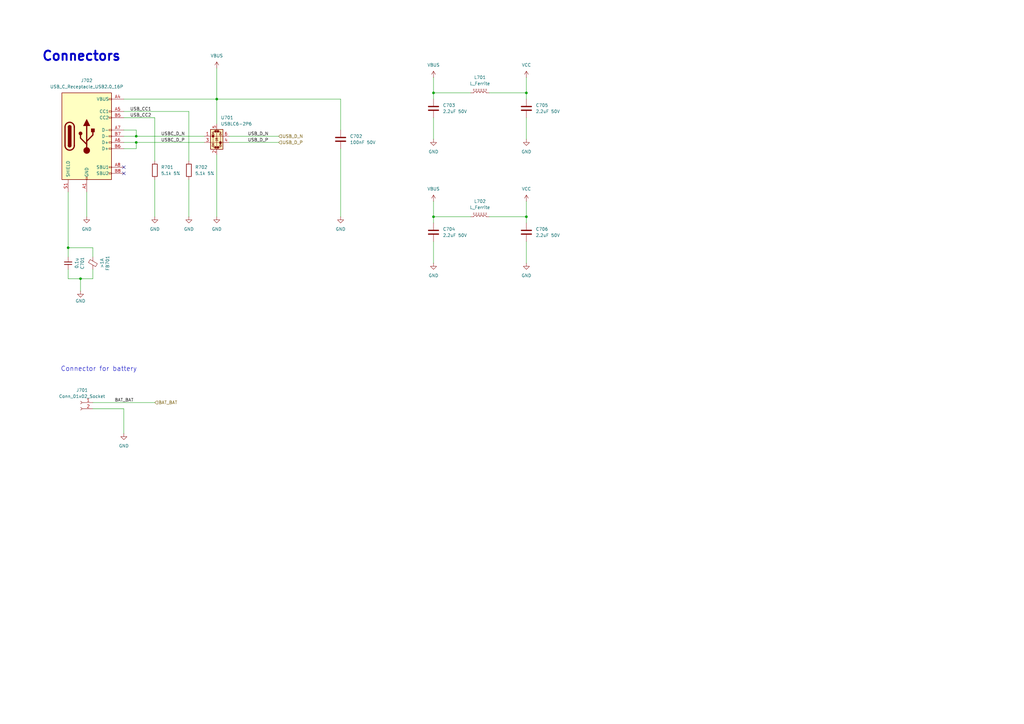
<source format=kicad_sch>
(kicad_sch (version 20231120) (generator "eeschema") (generator_version "8.0")
  (paper "A3")
  (title_block (title "NightLight") (date "2024-07-11") (rev "a") (comment 1 "MootSeeker (c) 2024") (comment 2 "LED Board"))
  (lib_symbols
    (symbol "Connector:Conn_01x02_Socket" (pin_names (offset 1.016) hide)
      (property "Reference" "J" (at 0 2.54 0))
      (property "Value" "Conn_01x02_Socket" (at 0 -5.08 0))
      (symbol "Conn_01x02_Socket_1_1"
        (arc (start 0 -2.032) (mid -0.5058 -2.54) (end 0 -3.048) (stroke (width 0.1524)))
        (polyline (pts (xy -1.27 -2.54) (xy -0.508 -2.54)) (stroke (width 0.1524)))
        (polyline (pts (xy -1.27 0) (xy -0.508 0)) (stroke (width 0.1524)))
        (arc (start 0 0.508) (mid -0.5058 0) (end 0 -0.508) (stroke (width 0.1524)))
        (pin passive line (at -5.08 0 0) (length 3.81) (name "Pin_1") (number "1"))
        (pin passive line (at -5.08 -2.54 0) (length 3.81) (name "Pin_2") (number "2"))
      )
    )
    (symbol "Connector:USB_C_Receptacle_USB2.0_16P" (pin_names (offset 1.016))
      (property "Reference" "J" (at 0 22.225 0))
      (property "Value" "USB_C_Receptacle_USB2.0_16P" (at 0 19.685 0))
      (symbol "USB_C_Receptacle_USB2.0_16P_0_0"
        (rectangle (start -0.254 -17.78) (end 0.254 -16.764))
        (rectangle (start 10.16 -14.986) (end 9.144 -15.494))
        (rectangle (start 10.16 -12.446) (end 9.144 -12.954))
        (rectangle (start 10.16 -4.826) (end 9.144 -5.334))
        (rectangle (start 10.16 -2.286) (end 9.144 -2.794))
        (rectangle (start 10.16 0.254) (end 9.144 -0.254))
        (rectangle (start 10.16 2.794) (end 9.144 2.286))
        (rectangle (start 10.16 7.874) (end 9.144 7.366))
        (rectangle (start 10.16 10.414) (end 9.144 9.906))
        (rectangle (start 10.16 15.494) (end 9.144 14.986))
      )
      (symbol "USB_C_Receptacle_USB2.0_16P_0_1"
        (rectangle (start -10.16 17.78) (end 10.16 -17.78) (stroke (width 0.254)) (fill (type background)))
        (arc (start -8.89 -3.81) (mid -6.985 -5.7067) (end -5.08 -3.81) (stroke (width 0.508)))
        (arc (start -7.62 -3.81) (mid -6.985 -4.4423) (end -6.35 -3.81) (stroke (width 0.254)))
        (arc (start -7.62 -3.81) (mid -6.985 -4.4423) (end -6.35 -3.81) (stroke (width 0.254)) (fill (type outline)))
        (rectangle (start -7.62 -3.81) (end -6.35 3.81) (stroke (width 0.254)) (fill (type outline)))
        (arc (start -6.35 3.81) (mid -6.985 4.4423) (end -7.62 3.81) (stroke (width 0.254)))
        (arc (start -6.35 3.81) (mid -6.985 4.4423) (end -7.62 3.81) (stroke (width 0.254)) (fill (type outline)))
        (arc (start -5.08 3.81) (mid -6.985 5.7067) (end -8.89 3.81) (stroke (width 0.508)))
        (circle (center -2.54 1.143) (radius 0.635) (stroke (width 0.254)) (fill (type outline)))
        (circle (center 0 -5.842) (radius 1.27) (fill (type outline)))
        (polyline (pts (xy -8.89 -3.81) (xy -8.89 3.81)) (stroke (width 0.508)))
        (polyline (pts (xy -5.08 3.81) (xy -5.08 -3.81)) (stroke (width 0.508)))
        (polyline (pts (xy 0 -5.842) (xy 0 4.318)) (stroke (width 0.508)))
        (polyline (pts (xy 0 -3.302) (xy -2.54 -0.762) (xy -2.54 0.508)) (stroke (width 0.508)))
        (polyline (pts (xy 0 -2.032) (xy 2.54 0.508) (xy 2.54 1.778)) (stroke (width 0.508)))
        (polyline (pts (xy -1.27 4.318) (xy 0 6.858) (xy 1.27 4.318) (xy -1.27 4.318)) (stroke (width 0.254)) (fill (type outline)))
        (rectangle (start 1.905 1.778) (end 3.175 3.048) (stroke (width 0.254)) (fill (type outline)))
      )
      (symbol "USB_C_Receptacle_USB2.0_16P_1_1"
        (pin passive line (at 0 -22.86 90) (length 5.08) (name "GND") (number "A1"))
        (pin passive line (at 0 -22.86 90) (length 5.08) hide (name "GND") (number "A12"))
        (pin passive line (at 15.24 15.24 180) (length 5.08) (name "VBUS") (number "A4"))
        (pin bidirectional line (at 15.24 10.16 180) (length 5.08) (name "CC1") (number "A5"))
        (pin bidirectional line (at 15.24 -2.54 180) (length 5.08) (name "D+") (number "A6"))
        (pin bidirectional line (at 15.24 2.54 180) (length 5.08) (name "D-") (number "A7"))
        (pin bidirectional line (at 15.24 -12.7 180) (length 5.08) (name "SBU1") (number "A8"))
        (pin passive line (at 15.24 15.24 180) (length 5.08) hide (name "VBUS") (number "A9"))
        (pin passive line (at 0 -22.86 90) (length 5.08) hide (name "GND") (number "B1"))
        (pin passive line (at 0 -22.86 90) (length 5.08) hide (name "GND") (number "B12"))
        (pin passive line (at 15.24 15.24 180) (length 5.08) hide (name "VBUS") (number "B4"))
        (pin bidirectional line (at 15.24 7.62 180) (length 5.08) (name "CC2") (number "B5"))
        (pin bidirectional line (at 15.24 -5.08 180) (length 5.08) (name "D+") (number "B6"))
        (pin bidirectional line (at 15.24 0 180) (length 5.08) (name "D-") (number "B7"))
        (pin bidirectional line (at 15.24 -15.24 180) (length 5.08) (name "SBU2") (number "B8"))
        (pin passive line (at 15.24 15.24 180) (length 5.08) hide (name "VBUS") (number "B9"))
        (pin passive line (at -7.62 -22.86 90) (length 5.08) (name "SHIELD") (number "S1"))
      )
    )
    (symbol "Device:C" (pin_numbers hide) (pin_names (offset 0.254))
      (property "Reference" "C" (at 0.635 2.54 0))
      (property "Value" "C" (at 0.635 -2.54 0))
      (symbol "C_0_1"
        (polyline (pts (xy -2.032 -0.762) (xy 2.032 -0.762)) (stroke (width 0.508)))
        (polyline (pts (xy -2.032 0.762) (xy 2.032 0.762)) (stroke (width 0.508)))
      )
      (symbol "C_1_1"
        (pin passive line (at 0 3.81 270) (length 2.794) (name "~") (number "1"))
        (pin passive line (at 0 -3.81 90) (length 2.794) (name "~") (number "2"))
      )
    )
    (symbol "Device:C_Small" (pin_numbers hide) (pin_names (offset 0.254) hide)
      (property "Reference" "C" (at 0.254 1.778 0))
      (property "Value" "C_Small" (at 0.254 -2.032 0))
      (symbol "C_Small_0_1"
        (polyline (pts (xy -1.524 -0.508) (xy 1.524 -0.508)) (stroke (width 0.3302)))
        (polyline (pts (xy -1.524 0.508) (xy 1.524 0.508)) (stroke (width 0.3048)))
      )
      (symbol "C_Small_1_1"
        (pin passive line (at 0 2.54 270) (length 2.032) (name "~") (number "1"))
        (pin passive line (at 0 -2.54 90) (length 2.032) (name "~") (number "2"))
      )
    )
    (symbol "Device:Ferrite_Bead_Small" (pin_numbers hide) (pin_names (offset 0))
      (property "Reference" "FB" (at 1.905 1.27 0))
      (property "Value" "Device_Ferrite_Bead_Small" (at 1.905 -1.27 0))
      (symbol "Ferrite_Bead_Small_0_1"
        (polyline (pts (xy 0 -1.27) (xy 0 -0.7874)))
        (polyline (pts (xy 0 0.889) (xy 0 1.2954)))
        (polyline (pts (xy -1.8288 0.2794) (xy -1.1176 1.4986) (xy 1.8288 -0.2032) (xy 1.1176 -1.4224) (xy -1.8288 0.2794)))
      )
      (symbol "Ferrite_Bead_Small_1_1"
        (pin passive line (at 0 2.54 270) (length 1.27) (name "~") (number "1"))
        (pin passive line (at 0 -2.54 90) (length 1.27) (name "~") (number "2"))
      )
    )
    (symbol "Device:L_Ferrite" (pin_numbers hide) (pin_names (offset 1.016) hide)
      (property "Reference" "L" (at -1.27 0 90))
      (property "Value" "L_Ferrite" (at 2.794 0 90))
      (symbol "L_Ferrite_0_1"
        (arc (start 0 -2.54) (mid 0.6323 -1.905) (end 0 -1.27))
        (arc (start 0 -1.27) (mid 0.6323 -0.635) (end 0 0))
        (polyline (pts (xy 1.016 -2.794) (xy 1.016 -2.286)))
        (polyline (pts (xy 1.016 -1.778) (xy 1.016 -1.27)))
        (polyline (pts (xy 1.016 -0.762) (xy 1.016 -0.254)))
        (polyline (pts (xy 1.016 0.254) (xy 1.016 0.762)))
        (polyline (pts (xy 1.016 1.27) (xy 1.016 1.778)))
        (polyline (pts (xy 1.016 2.286) (xy 1.016 2.794)))
        (polyline (pts (xy 1.524 -2.286) (xy 1.524 -2.794)))
        (polyline (pts (xy 1.524 -1.27) (xy 1.524 -1.778)))
        (polyline (pts (xy 1.524 -0.254) (xy 1.524 -0.762)))
        (polyline (pts (xy 1.524 0.762) (xy 1.524 0.254)))
        (polyline (pts (xy 1.524 1.778) (xy 1.524 1.27)))
        (polyline (pts (xy 1.524 2.794) (xy 1.524 2.286)))
        (arc (start 0 0) (mid 0.6323 0.635) (end 0 1.27))
        (arc (start 0 1.27) (mid 0.6323 1.905) (end 0 2.54))
      )
      (symbol "L_Ferrite_1_1"
        (pin passive line (at 0 3.81 270) (length 1.27) (name "1") (number "1"))
        (pin passive line (at 0 -3.81 90) (length 1.27) (name "2") (number "2"))
      )
    )
    (symbol "Device:R" (pin_numbers hide) (pin_names (offset 0))
      (property "Reference" "R" (at 2.032 0 90))
      (property "Value" "R" (at 0 0 90))
      (symbol "R_0_1"
        (rectangle (start -1.016 -2.54) (end 1.016 2.54) (stroke (width 0.254)))
      )
      (symbol "R_1_1"
        (pin passive line (at 0 3.81 270) (length 1.27) (name "~") (number "1"))
        (pin passive line (at 0 -3.81 90) (length 1.27) (name "~") (number "2"))
      )
    )
    (symbol "Power_Protection:USBLC6-2P6" (pin_names hide)
      (property "Reference" "U" (at 0.635 5.715 0))
      (property "Value" "USBLC6-2P6" (at 0.635 3.81 0))
      (symbol "USBLC6-2P6_0_0"
        (circle (center -1.524 0) (radius 0.0001) (stroke (width 0.508)))
        (circle (center -0.508 -4.572) (radius 0.0001) (stroke (width 0.508)))
        (circle (center -0.508 2.032) (radius 0.0001) (stroke (width 0.508)))
        (circle (center 0.508 -4.572) (radius 0.0001) (stroke (width 0.508)))
        (circle (center 0.508 2.032) (radius 0.0001) (stroke (width 0.508)))
        (circle (center 1.524 -2.54) (radius 0.0001) (stroke (width 0.508)))
      )
      (symbol "USBLC6-2P6_0_1"
        (polyline (pts (xy -2.54 -2.54) (xy 2.54 -2.54)))
        (polyline (pts (xy -2.54 0) (xy 2.54 0)))
        (polyline (pts (xy -2.032 -3.048) (xy -1.016 -3.048)))
        (polyline (pts (xy -1.016 1.524) (xy -2.032 1.524)))
        (polyline (pts (xy 1.016 -3.048) (xy 2.032 -3.048)))
        (polyline (pts (xy 1.016 1.524) (xy 2.032 1.524)))
        (polyline (pts (xy -0.508 -1.143) (xy -0.508 -0.762) (xy 0.508 -0.762)))
        (polyline (pts (xy -2.032 0.508) (xy -1.016 0.508) (xy -1.524 1.524) (xy -2.032 0.508)))
        (polyline (pts (xy -1.016 -4.064) (xy -2.032 -4.064) (xy -1.524 -3.048) (xy -1.016 -4.064)))
        (polyline (pts (xy 0.508 -1.778) (xy -0.508 -1.778) (xy 0 -0.762) (xy 0.508 -1.778)))
        (polyline (pts (xy 2.032 -4.064) (xy 1.016 -4.064) (xy 1.524 -3.048) (xy 2.032 -4.064)))
        (polyline (pts (xy 2.032 0.508) (xy 1.016 0.508) (xy 1.524 1.524) (xy 2.032 0.508)))
        (polyline (pts (xy 0 2.54) (xy -0.508 2.032) (xy 0.508 2.032) (xy 0 1.524) (xy 0 -4.064) (xy -0.508 -4.572) (xy 0.508 -4.572) (xy 0 -5.08)))
      )
      (symbol "USBLC6-2P6_1_1"
        (rectangle (start -2.54 2.794) (end 2.54 -5.334) (stroke (width 0.254)) (fill (type background)))
        (polyline (pts (xy -0.508 2.032) (xy -1.524 2.032) (xy -1.524 -4.572) (xy -0.508 -4.572)))
        (polyline (pts (xy 0.508 -4.572) (xy 1.524 -4.572) (xy 1.524 2.032) (xy 0.508 2.032)))
        (pin passive line (at -5.08 0 0) (length 2.54) (name "I/O1") (number "1"))
        (pin passive line (at 0 -7.62 90) (length 2.54) (name "GND") (number "2"))
        (pin passive line (at -5.08 -2.54 0) (length 2.54) (name "I/O2") (number "3"))
        (pin passive line (at 5.08 -2.54 180) (length 2.54) (name "I/O2") (number "4"))
        (pin passive line (at 0 5.08 270) (length 2.54) (name "VBUS") (number "5"))
        (pin passive line (at 5.08 0 180) (length 2.54) (name "I/O1") (number "6"))
      )
    )
    (symbol "power:GND" (power) (pin_numbers hide) (pin_names (offset 0) hide)
      (property "Value" "GND" (at 0 -3.81 0))
      (symbol "GND_0_1"
        (polyline (pts (xy 0 0) (xy 0 -1.27) (xy 1.27 -1.27) (xy 0 -2.54) (xy -1.27 -1.27) (xy 0 -1.27)))
      )
      (symbol "GND_1_1"
        (pin power_in line (at 0 0 270) (length 0) (name "~") (number "1"))
      )
    )
    (symbol "power:VBUS" (power) (pin_numbers hide) (pin_names (offset 0) hide)
      (property "Value" "VBUS" (at 0 3.556 0))
      (symbol "VBUS_0_1"
        (polyline (pts (xy -0.762 1.27) (xy 0 2.54)))
        (polyline (pts (xy 0 0) (xy 0 2.54)))
        (polyline (pts (xy 0 2.54) (xy 0.762 1.27)))
      )
      (symbol "VBUS_1_1"
        (pin power_in line (at 0 0 90) (length 0) (name "~") (number "1"))
      )
    )
    (symbol "power:VCC" (power) (pin_numbers hide) (pin_names (offset 0) hide)
      (property "Value" "VCC" (at 0 3.556 0))
      (symbol "VCC_0_1"
        (polyline (pts (xy -0.762 1.27) (xy 0 2.54)))
        (polyline (pts (xy 0 0) (xy 0 2.54)))
        (polyline (pts (xy 0 2.54) (xy 0.762 1.27)))
      )
      (symbol "VCC_1_1"
        (pin power_in line (at 0 0 90) (length 0) (name "~") (number "1"))
      )
    )
  )
  (junction (at 27.94 101.6))
  (junction (at 177.8 38.1))
  (junction (at 215.9 88.9))
  (junction (at 33.02 114.3))
  (junction (at 55.88 58.42))
  (junction (at 177.8 88.9))
  (junction (at 55.88 55.88))
  (junction (at 215.9 38.1))
  (junction (at 88.9 40.64))
  (no_connect (at 50.8 71.12))
  (no_connect (at 50.8 68.58))
  (wire (pts (xy 88.9 63.5) (xy 88.9 88.9)))
  (wire (pts (xy 63.5 48.26) (xy 50.8 48.26)))
  (wire (pts (xy 27.94 114.3) (xy 33.02 114.3)))
  (wire (pts (xy 38.1 101.6) (xy 27.94 101.6)))
  (wire (pts (xy 200.66 88.9) (xy 215.9 88.9)))
  (wire (pts (xy 88.9 40.64) (xy 88.9 50.8)))
  (wire (pts (xy 193.04 38.1) (xy 177.8 38.1)))
  (wire (pts (xy 55.88 55.88) (xy 83.82 55.88)))
  (wire (pts (xy 50.8 177.8) (xy 50.8 167.64)))
  (wire (pts (xy 177.8 82.55) (xy 177.8 88.9)))
  (wire (pts (xy 215.9 88.9) (xy 215.9 91.44)))
  (wire (pts (xy 38.1 110.49) (xy 38.1 114.3)))
  (wire (pts (xy 38.1 165.1) (xy 63.5 165.1)))
  (wire (pts (xy 177.8 57.15) (xy 177.8 48.26)))
  (wire (pts (xy 139.7 88.9) (xy 139.7 60.96)))
  (wire (pts (xy 27.94 110.49) (xy 27.94 114.3)))
  (wire (pts (xy 200.66 38.1) (xy 215.9 38.1)))
  (wire (pts (xy 93.98 58.42) (xy 114.3 58.42)))
  (wire (pts (xy 50.8 40.64) (xy 88.9 40.64)))
  (wire (pts (xy 27.94 101.6) (xy 27.94 105.41)))
  (wire (pts (xy 77.47 45.72) (xy 77.47 66.04)))
  (wire (pts (xy 77.47 73.66) (xy 77.47 88.9)))
  (wire (pts (xy 50.8 60.96) (xy 55.88 60.96)))
  (wire (pts (xy 177.8 107.95) (xy 177.8 99.06)))
  (wire (pts (xy 193.04 88.9) (xy 177.8 88.9)))
  (wire (pts (xy 177.8 31.75) (xy 177.8 38.1)))
  (wire (pts (xy 215.9 82.55) (xy 215.9 88.9)))
  (wire (pts (xy 215.9 107.95) (xy 215.9 99.06)))
  (wire (pts (xy 55.88 58.42) (xy 83.82 58.42)))
  (wire (pts (xy 63.5 66.04) (xy 63.5 48.26)))
  (wire (pts (xy 35.56 78.74) (xy 35.56 88.9)))
  (wire (pts (xy 88.9 40.64) (xy 88.9 27.94)))
  (wire (pts (xy 215.9 38.1) (xy 215.9 40.64)))
  (wire (pts (xy 215.9 57.15) (xy 215.9 48.26)))
  (wire (pts (xy 50.8 53.34) (xy 55.88 53.34)))
  (wire (pts (xy 50.8 45.72) (xy 77.47 45.72)))
  (wire (pts (xy 50.8 58.42) (xy 55.88 58.42)))
  (wire (pts (xy 33.02 114.3) (xy 33.02 119.38)))
  (wire (pts (xy 93.98 55.88) (xy 114.3 55.88)))
  (wire (pts (xy 215.9 31.75) (xy 215.9 38.1)))
  (wire (pts (xy 139.7 53.34) (xy 139.7 40.64)))
  (wire (pts (xy 50.8 167.64) (xy 38.1 167.64)))
  (wire (pts (xy 139.7 40.64) (xy 88.9 40.64)))
  (wire (pts (xy 55.88 53.34) (xy 55.88 55.88)))
  (wire (pts (xy 177.8 38.1) (xy 177.8 40.64)))
  (wire (pts (xy 55.88 60.96) (xy 55.88 58.42)))
  (wire (pts (xy 38.1 101.6) (xy 38.1 105.41)))
  (wire (pts (xy 38.1 114.3) (xy 33.02 114.3)))
  (wire (pts (xy 27.94 78.74) (xy 27.94 101.6)))
  (wire (pts (xy 63.5 88.9) (xy 63.5 73.66)))
  (wire (pts (xy 50.8 55.88) (xy 55.88 55.88)))
  (wire (pts (xy 177.8 88.9) (xy 177.8 91.44)))
  (text "Connectors" (at 17.018 23.114 0) (effects (font (size 3.81 3.81) (thickness 0.762) (bold yes)) (justify left)))
  (text "Connector for battery\n" (at 24.892 151.384 0) (effects (font (size 1.905 1.905)) (justify left)))
  (label "USB_D_N" (at 101.6 55.88 0))
  (label "USB_D_P" (at 101.6 58.42 0))
  (label "USBC_D_N" (at 66.04 55.88 0))
  (label "USBC_D_P" (at 66.04 58.42 0))
  (label "BAT_BAT" (at 46.99 165.1 0))
  (label "USB_CC1" (at 53.34 45.72 0))
  (label "USB_CC2" (at 53.34 48.26 0))
  (hierarchical_label "BAT_BAT" (shape input) (at 63.5 165.1 0))
  (hierarchical_label "USB_D_P" (shape input) (at 114.3 58.42 0))
  (hierarchical_label "USB_D_N" (shape input) (at 114.3 55.88 0))
  (symbol (lib_id "power:VCC") (at 215.9 82.55 0) (unit 1)
    (property "Reference" "#PWR0715" (effects (hide yes)))
    (property "Value" "VCC" (at 215.9 77.47 0))
    (property "Description" "Power symbol creates a global label with name \"VCC\"" (effects (hide yes)))
  )
  (symbol (lib_id "power:VBUS") (at 177.8 31.75 0) (unit 1)
    (property "Reference" "#PWR0709" (effects (hide yes)))
    (property "Value" "VBUS" (at 177.8 26.67 0))
    (property "Description" "Power symbol creates a global label with name \"VBUS\"" (effects (hide yes)))
  )
  (symbol (lib_id "power:GND") (at 77.47 88.9 0) (unit 1)
    (property "Reference" "#PWR0705" (effects (hide yes)))
    (property "Value" "GND" (at 77.47 93.98 0))
    (property "Description" "Power symbol creates a global label with name \"GND\" , ground" (effects (hide yes)))
  )
  (symbol (lib_id "power:GND") (at 215.9 57.15 0) (unit 1)
    (property "Reference" "#PWR0714" (effects (hide yes)))
    (property "Value" "GND" (at 215.9 62.23 0))
    (property "Description" "Power symbol creates a global label with name \"GND\" , ground" (effects (hide yes)))
  )
  (symbol (lib_id "Device:R") (at 63.5 69.85 0) (unit 1)
    (property "Reference" "R701" (at 66.04 68.5799 0) (effects (justify left)))
    (property "Value" "5.1k 5%" (at 66.04 71.1199 0) (effects (justify left)))
    (property "Description" "Resistor" (effects (hide yes)))
  )
  (symbol (lib_id "power:GND") (at 88.9 88.9 0) (unit 1)
    (property "Reference" "#PWR0707" (effects (hide yes)))
    (property "Value" "GND" (at 88.9 93.98 0))
    (property "Description" "Power symbol creates a global label with name \"GND\" , ground" (effects (hide yes)))
  )
  (symbol (lib_id "power:GND") (at 139.7 88.9 0) (unit 1)
    (property "Reference" "#PWR0708" (effects (hide yes)))
    (property "Value" "GND" (at 139.7 93.98 0))
    (property "Description" "Power symbol creates a global label with name \"GND\" , ground" (effects (hide yes)))
  )
  (symbol (lib_id "Power_Protection:USBLC6-2P6") (at 88.9 55.88 0) (unit 1)
    (property "Reference" "U701" (at 90.5511 48.26 0) (effects (justify left)))
    (property "Value" "USBLC6-2P6" (at 90.5511 50.8 0) (effects (justify left)))
    (property "Footprint" "Package_TO_SOT_SMD:SOT-666" (effects (hide yes)))
    (property "Datasheet" "https://www.st.com/resource/en/datasheet/usblc6-2.pdf" (effects (hide yes)))
    (property "Description" "Very low capacitance ESD protection diode, 2 data-line, SOT-666" (effects (hide yes)))
  )
  (symbol (lib_id "Device:C") (at 215.9 95.25 0) (unit 1)
    (property "Reference" "C706" (at 219.71 93.9799 0) (effects (justify left)))
    (property "Value" "2.2uF 50V" (at 219.71 96.5199 0) (effects (justify left)))
    (property "Description" "Unpolarized capacitor" (effects (hide yes)))
  )
  (symbol (lib_id "Connector:Conn_01x02_Socket") (at 33.02 165.1 0) (mirror y) (unit 1)
    (property "Reference" "J701" (at 33.655 160.02 0))
    (property "Value" "Conn_01x02_Socket" (at 33.655 162.56 0))
    (property "Description" "Generic connector, single row, 01x02, script generated" (effects (hide yes)))
  )
  (symbol (lib_id "Device:C_Small") (at 27.94 107.95 180) (unit 1)
    (property "Reference" "C701" (at 33.7566 107.95 90))
    (property "Value" "0.1u" (at 31.4452 107.95 90))
    (property "Footprint" "Capacitor_SMD:C_0603_1608Metric" (effects (hide yes)))
    (property "LCSC" "C14663" (effects (hide yes)))
  )
  (symbol (lib_id "Device:C") (at 177.8 44.45 0) (unit 1)
    (property "Reference" "C703" (at 181.61 43.1799 0) (effects (justify left)))
    (property "Value" "2.2uF 50V" (at 181.61 45.7199 0) (effects (justify left)))
    (property "Description" "Unpolarized capacitor" (effects (hide yes)))
  )
  (symbol (lib_id "Device:C") (at 177.8 95.25 0) (unit 1)
    (property "Reference" "C704" (at 181.61 93.9799 0) (effects (justify left)))
    (property "Value" "2.2uF 50V" (at 181.61 96.5199 0) (effects (justify left)))
    (property "Description" "Unpolarized capacitor" (effects (hide yes)))
  )
  (symbol (lib_id "Device:R") (at 77.47 69.85 0) (unit 1)
    (property "Reference" "R702" (at 80.01 68.5799 0) (effects (justify left)))
    (property "Value" "5.1k 5%" (at 80.01 71.1199 0) (effects (justify left)))
    (property "Description" "Resistor" (effects (hide yes)))
  )
  (symbol (lib_id "power:GND") (at 50.8 177.8 0) (unit 1)
    (property "Reference" "#PWR0701" (effects (hide yes)))
    (property "Value" "GND" (at 50.8 182.88 0))
    (property "Description" "Power symbol creates a global label with name \"GND\" , ground" (effects (hide yes)))
  )
  (symbol (lib_id "power:VBUS") (at 177.8 82.55 0) (unit 1)
    (property "Reference" "#PWR0711" (effects (hide yes)))
    (property "Value" "VBUS" (at 177.8 77.47 0))
    (property "Description" "Power symbol creates a global label with name \"VBUS\"" (effects (hide yes)))
  )
  (symbol (lib_id "power:VBUS") (at 88.9 27.94 0) (unit 1)
    (property "Reference" "#PWR0706" (effects (hide yes)))
    (property "Value" "VBUS" (at 88.9 22.86 0))
    (property "Description" "Power symbol creates a global label with name \"VBUS\"" (effects (hide yes)))
  )
  (symbol (lib_id "Device:L_Ferrite") (at 196.85 38.1 90) (unit 1)
    (property "Reference" "L701" (at 196.85 31.75 90))
    (property "Value" "L_Ferrite" (at 196.85 34.29 90))
    (property "Description" "Inductor with ferrite core" (effects (hide yes)))
  )
  (symbol (lib_id "Device:C") (at 139.7 57.15 0) (unit 1)
    (property "Reference" "C702" (at 143.51 55.8799 0) (effects (justify left)))
    (property "Value" "100nF 50V" (at 143.51 58.4199 0) (effects (justify left)))
    (property "Description" "Unpolarized capacitor" (effects (hide yes)))
  )
  (symbol (lib_id "power:GND") (at 177.8 107.95 0) (unit 1)
    (property "Reference" "#PWR0712" (effects (hide yes)))
    (property "Value" "GND" (at 177.8 113.03 0))
    (property "Description" "Power symbol creates a global label with name \"GND\" , ground" (effects (hide yes)))
  )
  (symbol (lib_id "power:GND") (at 33.02 119.38 0) (unit 1)
    (property "Reference" "#PWR0702" (effects (hide yes)))
    (property "Value" "GND" (at 35.052 123.444 0) (effects (justify right)))
  )
  (symbol (lib_id "power:GND") (at 63.5 88.9 0) (unit 1)
    (property "Reference" "#PWR0704" (effects (hide yes)))
    (property "Value" "GND" (at 63.5 93.98 0))
    (property "Description" "Power symbol creates a global label with name \"GND\" , ground" (effects (hide yes)))
  )
  (symbol (lib_id "Connector:USB_C_Receptacle_USB2.0_16P") (at 35.56 55.88 0) (unit 1)
    (property "Reference" "J702" (at 35.56 33.02 0))
    (property "Value" "USB_C_Receptacle_USB2.0_16P" (at 35.56 35.56 0))
    (property "Datasheet" "https://www.usb.org/sites/default/files/documents/usb_type-c.zip" (effects (hide yes)))
    (property "Description" "USB 2.0-only 16P Type-C Receptacle connector" (effects (hide yes)))
  )
  (symbol (lib_id "power:GND") (at 177.8 57.15 0) (unit 1)
    (property "Reference" "#PWR0710" (effects (hide yes)))
    (property "Value" "GND" (at 177.8 62.23 0))
    (property "Description" "Power symbol creates a global label with name \"GND\" , ground" (effects (hide yes)))
  )
  (symbol (lib_id "power:GND") (at 35.56 88.9 0) (unit 1)
    (property "Reference" "#PWR0703" (effects (hide yes)))
    (property "Value" "GND" (at 35.56 93.98 0))
    (property "Description" "Power symbol creates a global label with name \"GND\" , ground" (effects (hide yes)))
  )
  (symbol (lib_id "Device:C") (at 215.9 44.45 0) (unit 1)
    (property "Reference" "C705" (at 219.71 43.1799 0) (effects (justify left)))
    (property "Value" "2.2uF 50V" (at 219.71 45.7199 0) (effects (justify left)))
    (property "Description" "Unpolarized capacitor" (effects (hide yes)))
  )
  (symbol (lib_id "power:VCC") (at 215.9 31.75 0) (unit 1)
    (property "Reference" "#PWR0713" (effects (hide yes)))
    (property "Value" "VCC" (at 215.9 26.67 0))
    (property "Description" "Power symbol creates a global label with name \"VCC\"" (effects (hide yes)))
  )
  (symbol (lib_id "Device:Ferrite_Bead_Small") (at 38.1 107.95 0) (unit 1)
    (property "Reference" "FB701" (at 44.1198 107.95 90))
    (property "Value" ">1A" (at 41.8084 107.95 90))
    (property "Footprint" "Inductor_SMD:L_0603_1608Metric" (effects (hide yes)))
    (property "LCSC" "C24821" (effects (hide yes)))
  )
  (symbol (lib_id "power:GND") (at 215.9 107.95 0) (unit 1)
    (property "Reference" "#PWR0716" (effects (hide yes)))
    (property "Value" "GND" (at 215.9 113.03 0))
    (property "Description" "Power symbol creates a global label with name \"GND\" , ground" (effects (hide yes)))
  )
  (symbol (lib_id "Device:L_Ferrite") (at 196.85 88.9 90) (unit 1)
    (property "Reference" "L702" (at 196.85 82.55 90))
    (property "Value" "L_Ferrite" (at 196.85 85.09 90))
    (property "Description" "Inductor with ferrite core" (effects (hide yes)))
  )
)
</source>
